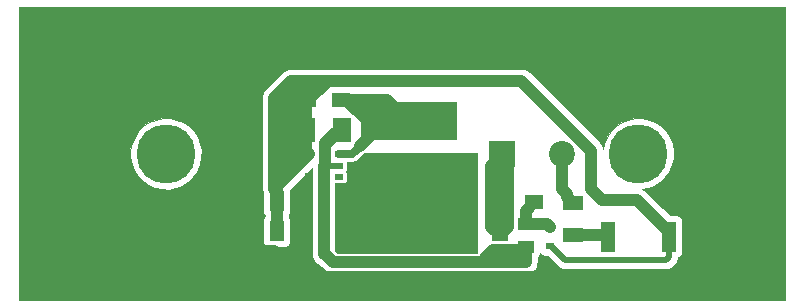
<source format=gbl>
%FSLAX46Y46*%
G04 Gerber Fmt 4.6, Leading zero omitted, Abs format (unit mm)*
G04 Created by KiCad (PCBNEW (2014-jul-16 BZR unknown)-product) date Di 22 Jul 2014 17:33:52 CEST*
%MOMM*%
G01*
G04 APERTURE LIST*
%ADD10C,0.100000*%
%ADD11C,5.000000*%
%ADD12R,1.750000X1.250000*%
%ADD13R,1.501140X1.998980*%
%ADD14R,1.498600X1.198880*%
%ADD15R,1.245000X2.540000*%
%ADD16R,8.200000X3.300000*%
%ADD17R,2.200000X2.200000*%
%ADD18C,2.200000*%
%ADD19R,1.399540X0.998220*%
%ADD20R,1.250000X1.750000*%
%ADD21R,0.797560X0.599440*%
%ADD22R,0.762000X0.558000*%
%ADD23R,0.762000X0.608000*%
%ADD24R,0.762000X0.600000*%
%ADD25C,0.900000*%
%ADD26C,1.000000*%
%ADD27C,0.500000*%
%ADD28C,0.254000*%
%ADD29C,0.700000*%
%ADD30C,0.030000*%
G04 APERTURE END LIST*
D10*
D11*
X179000000Y-112000000D03*
X219000000Y-112000000D03*
D12*
X213500000Y-118875000D03*
X213500000Y-116125000D03*
D13*
X193901140Y-110000000D03*
X190898860Y-110000000D03*
D14*
X193847800Y-107400000D03*
X190952200Y-107400000D03*
X207302200Y-116050000D03*
X210197800Y-116050000D03*
D15*
X216421500Y-119000000D03*
X221578500Y-119000000D03*
D16*
X199600000Y-109250000D03*
X199600000Y-113950000D03*
D17*
X207460000Y-112000000D03*
D18*
X212540000Y-112000000D03*
D19*
X209449820Y-117950040D03*
X209449820Y-119849960D03*
X207250180Y-118900000D03*
D20*
X188375000Y-108500000D03*
X185625000Y-108500000D03*
X188375000Y-111000000D03*
X185625000Y-111000000D03*
X188375000Y-118500000D03*
X185625000Y-118500000D03*
X188375000Y-113500000D03*
X185625000Y-113500000D03*
X188375000Y-116000000D03*
X185625000Y-116000000D03*
D21*
X211500000Y-119789940D03*
X211500000Y-118210060D03*
D22*
X193670000Y-112047500D03*
X193670000Y-113952500D03*
D23*
X191130000Y-112097500D03*
D22*
X193670000Y-113000000D03*
D24*
X191130000Y-113902500D03*
D25*
X199898000Y-116586000D03*
X199898000Y-117983000D03*
X199898000Y-119380000D03*
X197866000Y-119380000D03*
X197874090Y-118000000D03*
X197866000Y-116586000D03*
X198900000Y-116600000D03*
X198900000Y-118000000D03*
X198900000Y-119400000D03*
X228219000Y-113411000D03*
X170800000Y-113200000D03*
X226900000Y-112000000D03*
X226900000Y-113400000D03*
X226900000Y-110500000D03*
X170750000Y-110750000D03*
X170750000Y-112000000D03*
X171750000Y-113250000D03*
X171750000Y-112000000D03*
X171750000Y-110750000D03*
X228250000Y-110500000D03*
X228250000Y-112000000D03*
D26*
X188375000Y-110500000D02*
X188375000Y-108000000D01*
X188375000Y-113500000D02*
X188375000Y-110500000D01*
X188375000Y-116000000D02*
X188375000Y-113500000D01*
X188375000Y-118500000D02*
X188375000Y-116000000D01*
X209084482Y-105800560D02*
X193665651Y-105800560D01*
X193665651Y-105800560D02*
X192701500Y-105800560D01*
D27*
X211500000Y-119789940D02*
X211599060Y-119789940D01*
X211599060Y-119789940D02*
X212809120Y-121000000D01*
X212809120Y-121000000D02*
X221348500Y-121000000D01*
X221348500Y-121000000D02*
X221578500Y-120770000D01*
X221578500Y-120770000D02*
X221578500Y-119000000D01*
D26*
X188738328Y-108540672D02*
X188738328Y-109252672D01*
X188738328Y-109252672D02*
X188137000Y-109854000D01*
X189900000Y-106400000D02*
X189900000Y-107379000D01*
X189900000Y-107379000D02*
X188738328Y-108540672D01*
X188765000Y-107535000D02*
X189900000Y-106400000D01*
X188119000Y-107535000D02*
X188765000Y-107535000D01*
X189599440Y-105800560D02*
X188119000Y-107281000D01*
X188119000Y-107281000D02*
X188119000Y-107535000D01*
X191049440Y-105800560D02*
X189599440Y-105800560D01*
X191049440Y-105800560D02*
X191049440Y-106229560D01*
X191049440Y-106229560D02*
X189744000Y-107535000D01*
X189744000Y-107535000D02*
X188119000Y-107535000D01*
X192701500Y-105800560D02*
X191049440Y-105800560D01*
X188119000Y-107535000D02*
X190967060Y-107535000D01*
X190967060Y-107535000D02*
X192701500Y-105800560D01*
X189291127Y-112708873D02*
X189291127Y-112145417D01*
X189291127Y-112145417D02*
X188147000Y-111001290D01*
X190071742Y-111928258D02*
X190550000Y-111450000D01*
X189291127Y-112708873D02*
X190071742Y-111928258D01*
X190071742Y-111928258D02*
X190071742Y-109821742D01*
X190071742Y-109821742D02*
X189291127Y-109041127D01*
X188147000Y-112282000D02*
X188147000Y-111001290D01*
X188147000Y-111001290D02*
X189148290Y-110000000D01*
X189148290Y-110000000D02*
X190898860Y-110000000D01*
X188201501Y-113798499D02*
X189291127Y-112708873D01*
X189100000Y-108850000D02*
X189291127Y-109041127D01*
X189291127Y-109041127D02*
X189291127Y-112708873D01*
X190465051Y-108850000D02*
X189100000Y-108850000D01*
X190550000Y-108765051D02*
X190465051Y-108850000D01*
X190550000Y-111450000D02*
X190550000Y-108765051D01*
X188119000Y-107535000D02*
X188119000Y-113798499D01*
X188119000Y-113798499D02*
X188201501Y-113798499D01*
X188175000Y-115002500D02*
X191130000Y-112047500D01*
X188147000Y-114762000D02*
X188147000Y-112282000D01*
X190400000Y-108200000D02*
X189050000Y-108200000D01*
X190952200Y-107647800D02*
X190400000Y-108200000D01*
X190952200Y-107400000D02*
X190952200Y-107647800D01*
X188119000Y-107535000D02*
X190817200Y-107535000D01*
X190817200Y-107535000D02*
X190952200Y-107400000D01*
D27*
X190898860Y-110000000D02*
X190898860Y-111816360D01*
X190898860Y-111816360D02*
X191130000Y-112047500D01*
D26*
X191653098Y-106848962D02*
X191102060Y-107400000D01*
X192701500Y-105800560D02*
X191653098Y-106848962D01*
X191653098Y-106848962D02*
X190898860Y-107603200D01*
X190898860Y-107603200D02*
X190898860Y-110000000D01*
X191102060Y-107400000D02*
X190952200Y-107400000D01*
D27*
X191130000Y-112047500D02*
X191130000Y-110231140D01*
X191130000Y-110231140D02*
X190898860Y-110000000D01*
X191130000Y-112047500D02*
X191130000Y-107577800D01*
X191130000Y-107577800D02*
X190952200Y-107400000D01*
D26*
X215000000Y-111716078D02*
X209084482Y-105800560D01*
X221578500Y-119000000D02*
X221578500Y-118578500D01*
X221578500Y-118578500D02*
X218921500Y-115921500D01*
X218921500Y-115921500D02*
X215921500Y-115921500D01*
X215000000Y-115000000D02*
X215000000Y-111716078D01*
X215921500Y-115921500D02*
X215000000Y-115000000D01*
X209456740Y-121145998D02*
X209456740Y-119856880D01*
X209456740Y-119856880D02*
X209449820Y-119849960D01*
X206000000Y-121145998D02*
X206000000Y-120850000D01*
X206683091Y-120166909D02*
X209449820Y-120166909D01*
X206000000Y-120850000D02*
X206683091Y-120166909D01*
X209449820Y-120166909D02*
X209449820Y-119849960D01*
X209449820Y-119849960D02*
X209449820Y-120166909D01*
X209449820Y-120166909D02*
X208470731Y-121145998D01*
X208470731Y-121145998D02*
X206000000Y-121145998D01*
X207368097Y-121145998D02*
X208470731Y-121145998D01*
X206731962Y-121145998D02*
X207368097Y-121145998D01*
X208470731Y-121145998D02*
X209456740Y-121145998D01*
X206000000Y-121145998D02*
X206731962Y-121145998D01*
D28*
X205318874Y-121145998D02*
X209456740Y-121145998D01*
D26*
X205318874Y-121145998D02*
X193145998Y-121145998D01*
X206000000Y-121145998D02*
X205318874Y-121145998D01*
D28*
X193670000Y-113000000D02*
X193035000Y-113000000D01*
X193035000Y-113000000D02*
X192500000Y-113000000D01*
D27*
X192500000Y-112700000D02*
X192200000Y-112400000D01*
X192800000Y-113000000D02*
X192500000Y-112700000D01*
X192200000Y-112400000D02*
X192200000Y-111000000D01*
X192200000Y-111000000D02*
X193200000Y-110000000D01*
X193200000Y-110000000D02*
X194200000Y-110000000D01*
X194200000Y-110000000D02*
X193901140Y-110000000D01*
X193670000Y-113000000D02*
X192800000Y-113000000D01*
D26*
X192500000Y-113000000D02*
X192500000Y-112700000D01*
X192400000Y-120500000D02*
X192400000Y-113000000D01*
X193145998Y-121145998D02*
X192500000Y-120500000D01*
X193750000Y-110000000D02*
X193901140Y-110000000D01*
X192500000Y-111250000D02*
X193750000Y-110000000D01*
X192500000Y-111500000D02*
X192500000Y-111250000D01*
X192500000Y-113000000D02*
X192500000Y-111500000D01*
X199898000Y-119380000D02*
X199898000Y-117983000D01*
X199898000Y-119380000D02*
X199898000Y-118641277D01*
X199898000Y-118641277D02*
X199898000Y-117983000D01*
X199898000Y-116586000D02*
X199898000Y-119380000D01*
X199898000Y-119380000D02*
X198920000Y-119380000D01*
X198920000Y-119380000D02*
X198900000Y-119400000D01*
X198900000Y-119400000D02*
X199878000Y-119400000D01*
X199878000Y-119400000D02*
X199898000Y-119380000D01*
X199898000Y-117983000D02*
X199898000Y-118402000D01*
X199898000Y-118402000D02*
X198900000Y-119400000D01*
X199898000Y-117983000D02*
X198917000Y-117983000D01*
X198917000Y-117983000D02*
X198900000Y-118000000D01*
X199898000Y-116586000D02*
X199898000Y-117983000D01*
X197866000Y-116586000D02*
X199898000Y-116586000D01*
X198900000Y-118000000D02*
X198900000Y-117620000D01*
X198900000Y-117620000D02*
X197866000Y-116586000D01*
X198900000Y-118000000D02*
X198900000Y-116600000D01*
X197866000Y-119380000D02*
X197866000Y-119034000D01*
X197866000Y-119034000D02*
X198900000Y-118000000D01*
X197866000Y-119380000D02*
X198880000Y-119380000D01*
X198880000Y-119380000D02*
X198900000Y-119400000D01*
X197874090Y-118000000D02*
X197874090Y-119371910D01*
X197874090Y-119371910D02*
X197866000Y-119380000D01*
X197866000Y-116586000D02*
X197866000Y-117991910D01*
X197866000Y-117991910D02*
X197874090Y-118000000D01*
D28*
X197866000Y-119380000D02*
X199898000Y-119380000D01*
X198900000Y-116600000D02*
X197880000Y-116600000D01*
X197880000Y-116600000D02*
X197866000Y-116586000D01*
D27*
X199600000Y-115900000D02*
X198900000Y-116600000D01*
X198900000Y-118000000D02*
X198900000Y-119400000D01*
X199600000Y-113950000D02*
X199600000Y-115900000D01*
D26*
X185625000Y-108500000D02*
X185625000Y-118500000D01*
D27*
X185750000Y-120000000D02*
X184210848Y-120000000D01*
X184210848Y-120000000D02*
X177600000Y-120000000D01*
D26*
X185625000Y-118500000D02*
X185625000Y-118585848D01*
X185625000Y-118585848D02*
X184210848Y-120000000D01*
X186775297Y-120250000D02*
X188150000Y-120250000D01*
X185433193Y-120250000D02*
X186775297Y-120250000D01*
X186775297Y-120250000D02*
X186775297Y-119650297D01*
X186775297Y-119650297D02*
X185625000Y-118500000D01*
X185625000Y-119929807D02*
X185369000Y-120185807D01*
D28*
X189479863Y-121318127D02*
X189348995Y-121448995D01*
X190930000Y-119867990D02*
X189479863Y-121318127D01*
X189479863Y-121318127D02*
X189243127Y-121318127D01*
X190930000Y-119667990D02*
X190930000Y-119867990D01*
X191130000Y-113952500D02*
X191130000Y-114460500D01*
X191130000Y-114460500D02*
X190930000Y-114660500D01*
X190930000Y-114660500D02*
X190930000Y-119667990D01*
D26*
X177850000Y-120250000D02*
X185433193Y-120250000D01*
X185369000Y-120185807D02*
X185433193Y-120250000D01*
X190300000Y-122400000D02*
X189348995Y-121448995D01*
X189348995Y-121448995D02*
X188150000Y-120250000D01*
D28*
X190930000Y-113952500D02*
X190930000Y-119667990D01*
D26*
X226900000Y-113400000D02*
X228716000Y-113400000D01*
X228668999Y-113860999D02*
X228219000Y-113411000D01*
X228912001Y-114104001D02*
X228668999Y-113860999D01*
X228250000Y-112934000D02*
X229420001Y-114104001D01*
X229420001Y-114104001D02*
X228912001Y-114104001D01*
X228250000Y-110500000D02*
X228250000Y-112934000D01*
X228716000Y-113400000D02*
X229420001Y-114104001D01*
D27*
X171675000Y-114075000D02*
X170800000Y-113200000D01*
X177600000Y-120000000D02*
X171675000Y-114075000D01*
D26*
X226900000Y-112000000D02*
X226900000Y-113400000D01*
X226900000Y-110500000D02*
X226900000Y-114400000D01*
X225600000Y-122400000D02*
X226900000Y-121100000D01*
X226900000Y-121100000D02*
X226900000Y-113400000D01*
X218900000Y-122400000D02*
X190300000Y-122400000D01*
X218900000Y-122400000D02*
X225600000Y-122400000D01*
X170800000Y-110800000D02*
X170750000Y-110750000D01*
X170800000Y-111500000D02*
X170800000Y-110800000D01*
X170800000Y-112000000D02*
X170800000Y-111500000D01*
X170750000Y-111950000D02*
X170750000Y-111500000D01*
X170750000Y-111500000D02*
X170800000Y-111500000D01*
X170800000Y-112000000D02*
X170750000Y-111950000D01*
X170750000Y-112000000D02*
X170800000Y-111950000D01*
X170800000Y-111950000D02*
X170800000Y-112000000D01*
X171675000Y-114000000D02*
X171675000Y-113325000D01*
X171675000Y-114075000D02*
X171675000Y-114000000D01*
X171675000Y-113325000D02*
X171750000Y-113250000D01*
X171750000Y-112000000D02*
X171750000Y-110750000D01*
X170800000Y-112050000D02*
X170800000Y-113200000D01*
X170750000Y-112000000D02*
X170800000Y-112050000D01*
X171750000Y-112000000D02*
X170750000Y-112000000D01*
X171750000Y-112000000D02*
X171750000Y-112000000D01*
X171750000Y-111500000D02*
X171750000Y-112000000D01*
X171250000Y-111500000D02*
X171750000Y-111500000D01*
X171750000Y-112000000D02*
X171250000Y-111500000D01*
X171750000Y-113250000D02*
X171750000Y-112000000D01*
X171675000Y-114075000D02*
X177850000Y-120250000D01*
X171675000Y-114000000D02*
X171675000Y-114075000D01*
X226900000Y-112000000D02*
X228250000Y-112000000D01*
X228250000Y-112050000D02*
X226900000Y-113400000D01*
X228250000Y-112000000D02*
X228250000Y-112050000D01*
X226900000Y-110500000D02*
X228250000Y-110500000D01*
D29*
X193670000Y-112047500D02*
X194751000Y-112047500D01*
X194751000Y-112047500D02*
X195405711Y-111392789D01*
X195405711Y-111392789D02*
X195405711Y-111299289D01*
D28*
X193670000Y-112047500D02*
X193670000Y-112019000D01*
X195199000Y-111506000D02*
X195405711Y-111299289D01*
X195405711Y-111299289D02*
X195324509Y-111380491D01*
X195053211Y-111299289D02*
X195405711Y-111299289D01*
D26*
X197455000Y-109250000D02*
X195405711Y-111299289D01*
X199600000Y-109250000D02*
X197455000Y-109250000D01*
X194268000Y-107400000D02*
X196118000Y-109250000D01*
X196118000Y-109250000D02*
X199600000Y-109250000D01*
X193847800Y-107400000D02*
X194268000Y-107400000D01*
X193847800Y-107400000D02*
X197750000Y-107400000D01*
X197750000Y-107400000D02*
X199600000Y-109250000D01*
D27*
X193997660Y-107400000D02*
X193847800Y-107400000D01*
X197348500Y-109250000D02*
X199600000Y-109250000D01*
D28*
X211500000Y-118210060D02*
X211599060Y-118210060D01*
D26*
X209449820Y-117950040D02*
X211239980Y-117950040D01*
X211239980Y-117950040D02*
X211500000Y-118210060D01*
X210297800Y-115950000D02*
X210197800Y-116050000D01*
X209449820Y-117950040D02*
X209449820Y-116797980D01*
X209449820Y-116797980D02*
X210197800Y-116050000D01*
X213500000Y-118875000D02*
X216296500Y-118875000D01*
X216296500Y-118875000D02*
X216421500Y-119000000D01*
X207250180Y-118900000D02*
X207250180Y-118899820D01*
X207250180Y-118899820D02*
X207950000Y-118200000D01*
X207950000Y-118200000D02*
X207950000Y-112490000D01*
X207950000Y-112490000D02*
X207460000Y-112000000D01*
X207460000Y-112000000D02*
X207460000Y-112040000D01*
X207460000Y-112040000D02*
X206500000Y-113000000D01*
X206500000Y-113000000D02*
X206500000Y-118149820D01*
X206500000Y-118149820D02*
X207250180Y-118900000D01*
X207250180Y-118900000D02*
X207250180Y-116102020D01*
X207250180Y-116102020D02*
X207302200Y-116050000D01*
X207302200Y-116050000D02*
X207302200Y-112157800D01*
X207302200Y-112157800D02*
X207460000Y-112000000D01*
D27*
X207460000Y-112000000D02*
X207460000Y-113340000D01*
D26*
X212540000Y-114960000D02*
X213000000Y-115420000D01*
X213000000Y-115420000D02*
X213000000Y-115625000D01*
X213000000Y-115625000D02*
X213500000Y-116125000D01*
X212540000Y-112000000D02*
X212540000Y-114960000D01*
X212573426Y-112000000D02*
X212540000Y-112000000D01*
D30*
G36*
X231410000Y-124410000D02*
X222716000Y-124410000D01*
X222716000Y-120320723D01*
X222716000Y-120219277D01*
X222716000Y-117679277D01*
X222696209Y-117579780D01*
X222657387Y-117486056D01*
X222601027Y-117401707D01*
X222529293Y-117329973D01*
X222444944Y-117273613D01*
X222351220Y-117234791D01*
X222251723Y-117215000D01*
X222150277Y-117215000D01*
X221650426Y-117215000D01*
X219639213Y-115203787D01*
X219566795Y-115144302D01*
X219494942Y-115084010D01*
X219490263Y-115081437D01*
X219486140Y-115078051D01*
X219403517Y-115033748D01*
X219343939Y-115000996D01*
X219814716Y-114917986D01*
X220365973Y-114704167D01*
X220865201Y-114387348D01*
X221293383Y-113979595D01*
X221634211Y-113496440D01*
X221874703Y-112956287D01*
X222005699Y-112379708D01*
X222015129Y-111704364D01*
X221900284Y-111124353D01*
X221674967Y-110577695D01*
X221347763Y-110085212D01*
X220931132Y-109665662D01*
X220440945Y-109335027D01*
X219895874Y-109105900D01*
X219316678Y-108987008D01*
X218725421Y-108982881D01*
X218144622Y-109093674D01*
X217596404Y-109315168D01*
X217101649Y-109638927D01*
X216679201Y-110052618D01*
X216345152Y-110540485D01*
X216112225Y-111083944D01*
X216003472Y-111595583D01*
X215997680Y-111529368D01*
X215996189Y-111524237D01*
X215995669Y-111518930D01*
X215968583Y-111429217D01*
X215942413Y-111339140D01*
X215939956Y-111334400D01*
X215938414Y-111329292D01*
X215894418Y-111246548D01*
X215851251Y-111163269D01*
X215847918Y-111159094D01*
X215845415Y-111154386D01*
X215786190Y-111081769D01*
X215727665Y-111008456D01*
X215720337Y-111001025D01*
X215720214Y-111000874D01*
X215720073Y-111000758D01*
X215717714Y-110998365D01*
X209802195Y-105082847D01*
X209729777Y-105023362D01*
X209657924Y-104963070D01*
X209653245Y-104960497D01*
X209649122Y-104957111D01*
X209566499Y-104912808D01*
X209484333Y-104867638D01*
X209479246Y-104866024D01*
X209474542Y-104863502D01*
X209384894Y-104836094D01*
X209295512Y-104807740D01*
X209290206Y-104807144D01*
X209285104Y-104805585D01*
X209191837Y-104796111D01*
X209098654Y-104785659D01*
X209088223Y-104785586D01*
X209088025Y-104785566D01*
X209087840Y-104785583D01*
X209084482Y-104785560D01*
X193665651Y-104785560D01*
X192701500Y-104785560D01*
X191049440Y-104785560D01*
X189599440Y-104785560D01*
X189506113Y-104794710D01*
X189412730Y-104802881D01*
X189407604Y-104804370D01*
X189402292Y-104804891D01*
X189312538Y-104831989D01*
X189222502Y-104858147D01*
X189217762Y-104860603D01*
X189212654Y-104862146D01*
X189129871Y-104906162D01*
X189046631Y-104949310D01*
X189042460Y-104952639D01*
X189037748Y-104955145D01*
X188965073Y-105014416D01*
X188891818Y-105072896D01*
X188884388Y-105080221D01*
X188884236Y-105080346D01*
X188884118Y-105080487D01*
X188881726Y-105082847D01*
X187401287Y-106563287D01*
X187341802Y-106635704D01*
X187281510Y-106707558D01*
X187278937Y-106712236D01*
X187275551Y-106716360D01*
X187231248Y-106798982D01*
X187186078Y-106881149D01*
X187184464Y-106886235D01*
X187181942Y-106890940D01*
X187154534Y-106980587D01*
X187126180Y-107069970D01*
X187125584Y-107075275D01*
X187124025Y-107080378D01*
X187114551Y-107173644D01*
X187104099Y-107266828D01*
X187104026Y-107277258D01*
X187104006Y-107277457D01*
X187104023Y-107277641D01*
X187104000Y-107281000D01*
X187104000Y-107535000D01*
X187104000Y-113798499D01*
X187113316Y-113893517D01*
X187121978Y-113988691D01*
X187122984Y-113992109D01*
X187123331Y-113995647D01*
X187132000Y-114024360D01*
X187132000Y-114762000D01*
X187151331Y-114959148D01*
X187160847Y-114990669D01*
X187160006Y-114998957D01*
X187178648Y-115196171D01*
X187235000Y-115385197D01*
X187235000Y-116925723D01*
X187254791Y-117025220D01*
X187293613Y-117118944D01*
X187349973Y-117203293D01*
X187360000Y-117213320D01*
X187360000Y-117286680D01*
X187349973Y-117296707D01*
X187293613Y-117381056D01*
X187254791Y-117474780D01*
X187235000Y-117574277D01*
X187235000Y-117675723D01*
X187235000Y-119425723D01*
X187254791Y-119525220D01*
X187293613Y-119618944D01*
X187349973Y-119703293D01*
X187421707Y-119775027D01*
X187506056Y-119831387D01*
X187599780Y-119870209D01*
X187699277Y-119890000D01*
X187800723Y-119890000D01*
X189050723Y-119890000D01*
X189150220Y-119870209D01*
X189243944Y-119831387D01*
X189328293Y-119775027D01*
X189400027Y-119703293D01*
X189456387Y-119618944D01*
X189495209Y-119525220D01*
X189515000Y-119425723D01*
X189515000Y-119324277D01*
X189515000Y-117574277D01*
X189495209Y-117474780D01*
X189456387Y-117381056D01*
X189400027Y-117296707D01*
X189390000Y-117286680D01*
X189390000Y-117213320D01*
X189400027Y-117203293D01*
X189456387Y-117118944D01*
X189495209Y-117025220D01*
X189515000Y-116925723D01*
X189515000Y-116824277D01*
X189515000Y-115097926D01*
X191385000Y-113227926D01*
X191385000Y-120500000D01*
X191404331Y-120697148D01*
X191461586Y-120886786D01*
X191554585Y-121061692D01*
X191679786Y-121215204D01*
X191832419Y-121341473D01*
X191992722Y-121428148D01*
X192428285Y-121863711D01*
X192500702Y-121923195D01*
X192572556Y-121983488D01*
X192577234Y-121986060D01*
X192581358Y-121989447D01*
X192663980Y-122033749D01*
X192746147Y-122078920D01*
X192751233Y-122080533D01*
X192755938Y-122083056D01*
X192845598Y-122110467D01*
X192934968Y-122138818D01*
X192940272Y-122139412D01*
X192945375Y-122140973D01*
X193038647Y-122150447D01*
X193131826Y-122160899D01*
X193142256Y-122160971D01*
X193142455Y-122160992D01*
X193142639Y-122160974D01*
X193145998Y-122160998D01*
X205318874Y-122160998D01*
X206000000Y-122160998D01*
X206731962Y-122160998D01*
X207368097Y-122160998D01*
X208470731Y-122160998D01*
X209456740Y-122160998D01*
X209551758Y-122151681D01*
X209646932Y-122143020D01*
X209650350Y-122142013D01*
X209653888Y-122141667D01*
X209745219Y-122114092D01*
X209836966Y-122087090D01*
X209840123Y-122085439D01*
X209843526Y-122084412D01*
X209927771Y-122039617D01*
X210012517Y-121995314D01*
X210015292Y-121993082D01*
X210018432Y-121991413D01*
X210092414Y-121931074D01*
X210166898Y-121871188D01*
X210169185Y-121868461D01*
X210171944Y-121866212D01*
X210232828Y-121792615D01*
X210294230Y-121719440D01*
X210295944Y-121716320D01*
X210298213Y-121713579D01*
X210343646Y-121629551D01*
X210389662Y-121545849D01*
X210390737Y-121542457D01*
X210392431Y-121539326D01*
X210420680Y-121448065D01*
X210449560Y-121357028D01*
X210449956Y-121353491D01*
X210451009Y-121350092D01*
X210460991Y-121255113D01*
X210471641Y-121160170D01*
X210471688Y-121153333D01*
X210471715Y-121153084D01*
X210471692Y-121152833D01*
X210471740Y-121145998D01*
X210471740Y-120753201D01*
X210477883Y-120749097D01*
X210549617Y-120677363D01*
X210605977Y-120593014D01*
X210644799Y-120499290D01*
X210664590Y-120399793D01*
X210664590Y-120363172D01*
X210701193Y-120417953D01*
X210772927Y-120489687D01*
X210857276Y-120546047D01*
X210951000Y-120584869D01*
X211050497Y-120604660D01*
X211151943Y-120604660D01*
X211331906Y-120604660D01*
X212268183Y-121540937D01*
X212322812Y-121585810D01*
X212376920Y-121631212D01*
X212380444Y-121633149D01*
X212383553Y-121635703D01*
X212445813Y-121669086D01*
X212507754Y-121703139D01*
X212511590Y-121704355D01*
X212515134Y-121706256D01*
X212582722Y-121726920D01*
X212650068Y-121748283D01*
X212654062Y-121748731D01*
X212657912Y-121749908D01*
X212728250Y-121757052D01*
X212798439Y-121764925D01*
X212806303Y-121764980D01*
X212806449Y-121764995D01*
X212806584Y-121764982D01*
X212809120Y-121765000D01*
X221348500Y-121765000D01*
X221418822Y-121758104D01*
X221489223Y-121751946D01*
X221493087Y-121750823D01*
X221497089Y-121750431D01*
X221564729Y-121730009D01*
X221632596Y-121710292D01*
X221636166Y-121708441D01*
X221640019Y-121707278D01*
X221702435Y-121674090D01*
X221765149Y-121641583D01*
X221768291Y-121639074D01*
X221771845Y-121637185D01*
X221826654Y-121592483D01*
X221881831Y-121548436D01*
X221887429Y-121542915D01*
X221887545Y-121542822D01*
X221887633Y-121542715D01*
X221889437Y-121540937D01*
X222119437Y-121310937D01*
X222164310Y-121256307D01*
X222209712Y-121202200D01*
X222211649Y-121198675D01*
X222214203Y-121195567D01*
X222247586Y-121133306D01*
X222281639Y-121071366D01*
X222282855Y-121067529D01*
X222284756Y-121063986D01*
X222305420Y-120996397D01*
X222326783Y-120929052D01*
X222327231Y-120925057D01*
X222328408Y-120921208D01*
X222335552Y-120850869D01*
X222343425Y-120780681D01*
X222343480Y-120772816D01*
X222343495Y-120772671D01*
X222343482Y-120772535D01*
X222343500Y-120770000D01*
X222343500Y-120766744D01*
X222351220Y-120765209D01*
X222444944Y-120726387D01*
X222529293Y-120670027D01*
X222601027Y-120598293D01*
X222657387Y-120513944D01*
X222696209Y-120420220D01*
X222716000Y-120320723D01*
X222716000Y-124410000D01*
X182015129Y-124410000D01*
X182015129Y-111704364D01*
X181900284Y-111124353D01*
X181674967Y-110577695D01*
X181347763Y-110085212D01*
X180931132Y-109665662D01*
X180440945Y-109335027D01*
X179895874Y-109105900D01*
X179316678Y-108987008D01*
X178725421Y-108982881D01*
X178144622Y-109093674D01*
X177596404Y-109315168D01*
X177101649Y-109638927D01*
X176679201Y-110052618D01*
X176345152Y-110540485D01*
X176112225Y-111083944D01*
X175989293Y-111662295D01*
X175981037Y-112253509D01*
X176087773Y-112835068D01*
X176305435Y-113384818D01*
X176625732Y-113881822D01*
X177036464Y-114307147D01*
X177521986Y-114644594D01*
X178063806Y-114881309D01*
X178641285Y-115008276D01*
X179232427Y-115020659D01*
X179814716Y-114917986D01*
X180365973Y-114704167D01*
X180865201Y-114387348D01*
X181293383Y-113979595D01*
X181634211Y-113496440D01*
X181874703Y-112956287D01*
X182005699Y-112379708D01*
X182015129Y-111704364D01*
X182015129Y-124410000D01*
X166590000Y-124410000D01*
X166590000Y-99590000D01*
X231410000Y-99590000D01*
X231410000Y-124410000D01*
X231410000Y-124410000D01*
G37*
X231410000Y-124410000D02*
X222716000Y-124410000D01*
X222716000Y-120320723D01*
X222716000Y-120219277D01*
X222716000Y-117679277D01*
X222696209Y-117579780D01*
X222657387Y-117486056D01*
X222601027Y-117401707D01*
X222529293Y-117329973D01*
X222444944Y-117273613D01*
X222351220Y-117234791D01*
X222251723Y-117215000D01*
X222150277Y-117215000D01*
X221650426Y-117215000D01*
X219639213Y-115203787D01*
X219566795Y-115144302D01*
X219494942Y-115084010D01*
X219490263Y-115081437D01*
X219486140Y-115078051D01*
X219403517Y-115033748D01*
X219343939Y-115000996D01*
X219814716Y-114917986D01*
X220365973Y-114704167D01*
X220865201Y-114387348D01*
X221293383Y-113979595D01*
X221634211Y-113496440D01*
X221874703Y-112956287D01*
X222005699Y-112379708D01*
X222015129Y-111704364D01*
X221900284Y-111124353D01*
X221674967Y-110577695D01*
X221347763Y-110085212D01*
X220931132Y-109665662D01*
X220440945Y-109335027D01*
X219895874Y-109105900D01*
X219316678Y-108987008D01*
X218725421Y-108982881D01*
X218144622Y-109093674D01*
X217596404Y-109315168D01*
X217101649Y-109638927D01*
X216679201Y-110052618D01*
X216345152Y-110540485D01*
X216112225Y-111083944D01*
X216003472Y-111595583D01*
X215997680Y-111529368D01*
X215996189Y-111524237D01*
X215995669Y-111518930D01*
X215968583Y-111429217D01*
X215942413Y-111339140D01*
X215939956Y-111334400D01*
X215938414Y-111329292D01*
X215894418Y-111246548D01*
X215851251Y-111163269D01*
X215847918Y-111159094D01*
X215845415Y-111154386D01*
X215786190Y-111081769D01*
X215727665Y-111008456D01*
X215720337Y-111001025D01*
X215720214Y-111000874D01*
X215720073Y-111000758D01*
X215717714Y-110998365D01*
X209802195Y-105082847D01*
X209729777Y-105023362D01*
X209657924Y-104963070D01*
X209653245Y-104960497D01*
X209649122Y-104957111D01*
X209566499Y-104912808D01*
X209484333Y-104867638D01*
X209479246Y-104866024D01*
X209474542Y-104863502D01*
X209384894Y-104836094D01*
X209295512Y-104807740D01*
X209290206Y-104807144D01*
X209285104Y-104805585D01*
X209191837Y-104796111D01*
X209098654Y-104785659D01*
X209088223Y-104785586D01*
X209088025Y-104785566D01*
X209087840Y-104785583D01*
X209084482Y-104785560D01*
X193665651Y-104785560D01*
X192701500Y-104785560D01*
X191049440Y-104785560D01*
X189599440Y-104785560D01*
X189506113Y-104794710D01*
X189412730Y-104802881D01*
X189407604Y-104804370D01*
X189402292Y-104804891D01*
X189312538Y-104831989D01*
X189222502Y-104858147D01*
X189217762Y-104860603D01*
X189212654Y-104862146D01*
X189129871Y-104906162D01*
X189046631Y-104949310D01*
X189042460Y-104952639D01*
X189037748Y-104955145D01*
X188965073Y-105014416D01*
X188891818Y-105072896D01*
X188884388Y-105080221D01*
X188884236Y-105080346D01*
X188884118Y-105080487D01*
X188881726Y-105082847D01*
X187401287Y-106563287D01*
X187341802Y-106635704D01*
X187281510Y-106707558D01*
X187278937Y-106712236D01*
X187275551Y-106716360D01*
X187231248Y-106798982D01*
X187186078Y-106881149D01*
X187184464Y-106886235D01*
X187181942Y-106890940D01*
X187154534Y-106980587D01*
X187126180Y-107069970D01*
X187125584Y-107075275D01*
X187124025Y-107080378D01*
X187114551Y-107173644D01*
X187104099Y-107266828D01*
X187104026Y-107277258D01*
X187104006Y-107277457D01*
X187104023Y-107277641D01*
X187104000Y-107281000D01*
X187104000Y-107535000D01*
X187104000Y-113798499D01*
X187113316Y-113893517D01*
X187121978Y-113988691D01*
X187122984Y-113992109D01*
X187123331Y-113995647D01*
X187132000Y-114024360D01*
X187132000Y-114762000D01*
X187151331Y-114959148D01*
X187160847Y-114990669D01*
X187160006Y-114998957D01*
X187178648Y-115196171D01*
X187235000Y-115385197D01*
X187235000Y-116925723D01*
X187254791Y-117025220D01*
X187293613Y-117118944D01*
X187349973Y-117203293D01*
X187360000Y-117213320D01*
X187360000Y-117286680D01*
X187349973Y-117296707D01*
X187293613Y-117381056D01*
X187254791Y-117474780D01*
X187235000Y-117574277D01*
X187235000Y-117675723D01*
X187235000Y-119425723D01*
X187254791Y-119525220D01*
X187293613Y-119618944D01*
X187349973Y-119703293D01*
X187421707Y-119775027D01*
X187506056Y-119831387D01*
X187599780Y-119870209D01*
X187699277Y-119890000D01*
X187800723Y-119890000D01*
X189050723Y-119890000D01*
X189150220Y-119870209D01*
X189243944Y-119831387D01*
X189328293Y-119775027D01*
X189400027Y-119703293D01*
X189456387Y-119618944D01*
X189495209Y-119525220D01*
X189515000Y-119425723D01*
X189515000Y-119324277D01*
X189515000Y-117574277D01*
X189495209Y-117474780D01*
X189456387Y-117381056D01*
X189400027Y-117296707D01*
X189390000Y-117286680D01*
X189390000Y-117213320D01*
X189400027Y-117203293D01*
X189456387Y-117118944D01*
X189495209Y-117025220D01*
X189515000Y-116925723D01*
X189515000Y-116824277D01*
X189515000Y-115097926D01*
X191385000Y-113227926D01*
X191385000Y-120500000D01*
X191404331Y-120697148D01*
X191461586Y-120886786D01*
X191554585Y-121061692D01*
X191679786Y-121215204D01*
X191832419Y-121341473D01*
X191992722Y-121428148D01*
X192428285Y-121863711D01*
X192500702Y-121923195D01*
X192572556Y-121983488D01*
X192577234Y-121986060D01*
X192581358Y-121989447D01*
X192663980Y-122033749D01*
X192746147Y-122078920D01*
X192751233Y-122080533D01*
X192755938Y-122083056D01*
X192845598Y-122110467D01*
X192934968Y-122138818D01*
X192940272Y-122139412D01*
X192945375Y-122140973D01*
X193038647Y-122150447D01*
X193131826Y-122160899D01*
X193142256Y-122160971D01*
X193142455Y-122160992D01*
X193142639Y-122160974D01*
X193145998Y-122160998D01*
X205318874Y-122160998D01*
X206000000Y-122160998D01*
X206731962Y-122160998D01*
X207368097Y-122160998D01*
X208470731Y-122160998D01*
X209456740Y-122160998D01*
X209551758Y-122151681D01*
X209646932Y-122143020D01*
X209650350Y-122142013D01*
X209653888Y-122141667D01*
X209745219Y-122114092D01*
X209836966Y-122087090D01*
X209840123Y-122085439D01*
X209843526Y-122084412D01*
X209927771Y-122039617D01*
X210012517Y-121995314D01*
X210015292Y-121993082D01*
X210018432Y-121991413D01*
X210092414Y-121931074D01*
X210166898Y-121871188D01*
X210169185Y-121868461D01*
X210171944Y-121866212D01*
X210232828Y-121792615D01*
X210294230Y-121719440D01*
X210295944Y-121716320D01*
X210298213Y-121713579D01*
X210343646Y-121629551D01*
X210389662Y-121545849D01*
X210390737Y-121542457D01*
X210392431Y-121539326D01*
X210420680Y-121448065D01*
X210449560Y-121357028D01*
X210449956Y-121353491D01*
X210451009Y-121350092D01*
X210460991Y-121255113D01*
X210471641Y-121160170D01*
X210471688Y-121153333D01*
X210471715Y-121153084D01*
X210471692Y-121152833D01*
X210471740Y-121145998D01*
X210471740Y-120753201D01*
X210477883Y-120749097D01*
X210549617Y-120677363D01*
X210605977Y-120593014D01*
X210644799Y-120499290D01*
X210664590Y-120399793D01*
X210664590Y-120363172D01*
X210701193Y-120417953D01*
X210772927Y-120489687D01*
X210857276Y-120546047D01*
X210951000Y-120584869D01*
X211050497Y-120604660D01*
X211151943Y-120604660D01*
X211331906Y-120604660D01*
X212268183Y-121540937D01*
X212322812Y-121585810D01*
X212376920Y-121631212D01*
X212380444Y-121633149D01*
X212383553Y-121635703D01*
X212445813Y-121669086D01*
X212507754Y-121703139D01*
X212511590Y-121704355D01*
X212515134Y-121706256D01*
X212582722Y-121726920D01*
X212650068Y-121748283D01*
X212654062Y-121748731D01*
X212657912Y-121749908D01*
X212728250Y-121757052D01*
X212798439Y-121764925D01*
X212806303Y-121764980D01*
X212806449Y-121764995D01*
X212806584Y-121764982D01*
X212809120Y-121765000D01*
X221348500Y-121765000D01*
X221418822Y-121758104D01*
X221489223Y-121751946D01*
X221493087Y-121750823D01*
X221497089Y-121750431D01*
X221564729Y-121730009D01*
X221632596Y-121710292D01*
X221636166Y-121708441D01*
X221640019Y-121707278D01*
X221702435Y-121674090D01*
X221765149Y-121641583D01*
X221768291Y-121639074D01*
X221771845Y-121637185D01*
X221826654Y-121592483D01*
X221881831Y-121548436D01*
X221887429Y-121542915D01*
X221887545Y-121542822D01*
X221887633Y-121542715D01*
X221889437Y-121540937D01*
X222119437Y-121310937D01*
X222164310Y-121256307D01*
X222209712Y-121202200D01*
X222211649Y-121198675D01*
X222214203Y-121195567D01*
X222247586Y-121133306D01*
X222281639Y-121071366D01*
X222282855Y-121067529D01*
X222284756Y-121063986D01*
X222305420Y-120996397D01*
X222326783Y-120929052D01*
X222327231Y-120925057D01*
X222328408Y-120921208D01*
X222335552Y-120850869D01*
X222343425Y-120780681D01*
X222343480Y-120772816D01*
X222343495Y-120772671D01*
X222343482Y-120772535D01*
X222343500Y-120770000D01*
X222343500Y-120766744D01*
X222351220Y-120765209D01*
X222444944Y-120726387D01*
X222529293Y-120670027D01*
X222601027Y-120598293D01*
X222657387Y-120513944D01*
X222696209Y-120420220D01*
X222716000Y-120320723D01*
X222716000Y-124410000D01*
X182015129Y-124410000D01*
X182015129Y-111704364D01*
X181900284Y-111124353D01*
X181674967Y-110577695D01*
X181347763Y-110085212D01*
X180931132Y-109665662D01*
X180440945Y-109335027D01*
X179895874Y-109105900D01*
X179316678Y-108987008D01*
X178725421Y-108982881D01*
X178144622Y-109093674D01*
X177596404Y-109315168D01*
X177101649Y-109638927D01*
X176679201Y-110052618D01*
X176345152Y-110540485D01*
X176112225Y-111083944D01*
X175989293Y-111662295D01*
X175981037Y-112253509D01*
X176087773Y-112835068D01*
X176305435Y-113384818D01*
X176625732Y-113881822D01*
X177036464Y-114307147D01*
X177521986Y-114644594D01*
X178063806Y-114881309D01*
X178641285Y-115008276D01*
X179232427Y-115020659D01*
X179814716Y-114917986D01*
X180365973Y-114704167D01*
X180865201Y-114387348D01*
X181293383Y-113979595D01*
X181634211Y-113496440D01*
X181874703Y-112956287D01*
X182005699Y-112379708D01*
X182015129Y-111704364D01*
X182015129Y-124410000D01*
X166590000Y-124410000D01*
X166590000Y-99590000D01*
X231410000Y-99590000D01*
X231410000Y-124410000D01*
G36*
X205344000Y-120376998D02*
X205318874Y-120376998D01*
X193464528Y-120376998D01*
X193309000Y-120221470D01*
X193309000Y-114500500D01*
X193315494Y-114500500D01*
X194077494Y-114500500D01*
X194129464Y-114490163D01*
X194178419Y-114469885D01*
X194222477Y-114440446D01*
X194259946Y-114402978D01*
X194289385Y-114358919D01*
X194309662Y-114309965D01*
X194320000Y-114257994D01*
X194320000Y-114205006D01*
X194320000Y-113647006D01*
X194309663Y-113595036D01*
X194289385Y-113546081D01*
X194259946Y-113502023D01*
X194234173Y-113476249D01*
X194259946Y-113450478D01*
X194289385Y-113406419D01*
X194309662Y-113357465D01*
X194320000Y-113305494D01*
X194320000Y-113252506D01*
X194320000Y-112694506D01*
X194314429Y-112666500D01*
X194751000Y-112666500D01*
X194807854Y-112660925D01*
X194864865Y-112655937D01*
X194867991Y-112655028D01*
X194871231Y-112654711D01*
X194925955Y-112638188D01*
X194980877Y-112622233D01*
X194983767Y-112620734D01*
X194986883Y-112619794D01*
X195037340Y-112592964D01*
X195088132Y-112566637D01*
X195090677Y-112564604D01*
X195093549Y-112563078D01*
X195137831Y-112526962D01*
X195182545Y-112491268D01*
X195187074Y-112486801D01*
X195187169Y-112486724D01*
X195187241Y-112486636D01*
X195188699Y-112485199D01*
X195648036Y-112025861D01*
X195691293Y-112013294D01*
X195824539Y-111944227D01*
X195877435Y-111902000D01*
X205344000Y-111902000D01*
X205344000Y-120376998D01*
X205344000Y-120376998D01*
G37*
X205344000Y-120376998D02*
X205318874Y-120376998D01*
X193464528Y-120376998D01*
X193309000Y-120221470D01*
X193309000Y-114500500D01*
X193315494Y-114500500D01*
X194077494Y-114500500D01*
X194129464Y-114490163D01*
X194178419Y-114469885D01*
X194222477Y-114440446D01*
X194259946Y-114402978D01*
X194289385Y-114358919D01*
X194309662Y-114309965D01*
X194320000Y-114257994D01*
X194320000Y-114205006D01*
X194320000Y-113647006D01*
X194309663Y-113595036D01*
X194289385Y-113546081D01*
X194259946Y-113502023D01*
X194234173Y-113476249D01*
X194259946Y-113450478D01*
X194289385Y-113406419D01*
X194309662Y-113357465D01*
X194320000Y-113305494D01*
X194320000Y-113252506D01*
X194320000Y-112694506D01*
X194314429Y-112666500D01*
X194751000Y-112666500D01*
X194807854Y-112660925D01*
X194864865Y-112655937D01*
X194867991Y-112655028D01*
X194871231Y-112654711D01*
X194925955Y-112638188D01*
X194980877Y-112622233D01*
X194983767Y-112620734D01*
X194986883Y-112619794D01*
X195037340Y-112592964D01*
X195088132Y-112566637D01*
X195090677Y-112564604D01*
X195093549Y-112563078D01*
X195137831Y-112526962D01*
X195182545Y-112491268D01*
X195187074Y-112486801D01*
X195187169Y-112486724D01*
X195187241Y-112486636D01*
X195188699Y-112485199D01*
X195648036Y-112025861D01*
X195691293Y-112013294D01*
X195824539Y-111944227D01*
X195877435Y-111902000D01*
X205344000Y-111902000D01*
X205344000Y-120376998D01*
M02*

</source>
